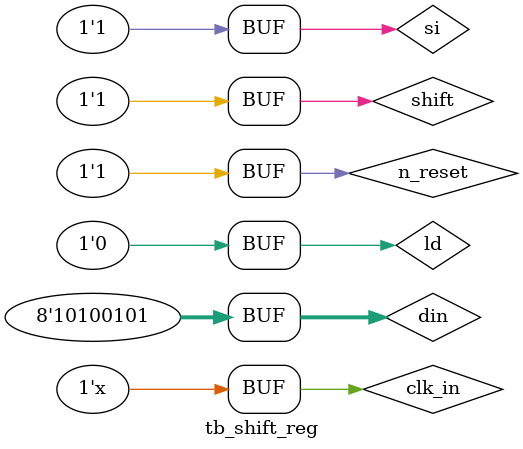
<source format=v>
`timescale 1ns / 1ps


module tb_shift_reg;

	// Inputs
	reg clk_in;
	reg n_reset;
	reg shift;
	reg ld;
	reg [7:0] din;
	reg si;

	// Outputs
	wire so;
	wire [7:0] dout;

	// Instantiate the Unit Under Test (UUT)
	ShiftReg uut (
		.clk_in(clk_in), 
		.n_reset(n_reset), 
		.shift(shift), 
		.ld(ld), 
		.din(din), 
		.si(si), 
		.so(so), 
		.dout(dout)
	);
	
	always begin
		#5 clk_in = !clk_in;
	end

	initial begin
		// Initialize Inputs
		clk_in = 0;
		n_reset = 0;
		shift = 0;
		ld = 0;
		din = 0;
		si = 1;

		// Wait 100 ns for global reset to finish
		#100;
		n_reset=1;
		#10; din = 8'ha5;
		#10 ld = 1;
		#10 ld = 0; shift = 1;
		#100;
		
        
		// Add stimulus here

	end
      
endmodule


</source>
